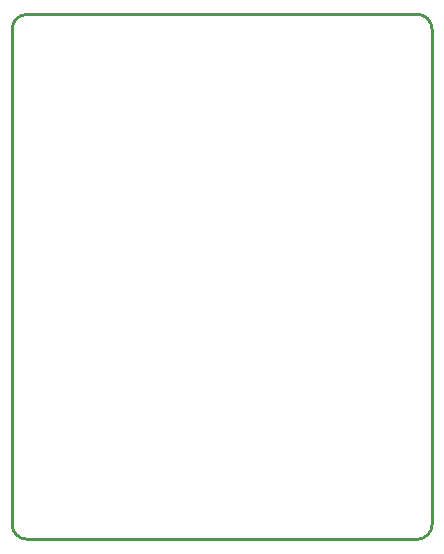
<source format=gko>
G04*
G04 #@! TF.GenerationSoftware,Altium Limited,Altium Designer,19.0.4 (130)*
G04*
G04 Layer_Color=16711935*
%FSLAX25Y25*%
%MOIN*%
G70*
G01*
G75*
%ADD10C,0.01000*%
D10*
X295000Y144000D02*
G03*
X300000Y149000I0J5000D01*
G01*
Y314000D02*
G03*
X295000Y319000I-5000J0D01*
G01*
X165000D02*
G03*
X160000Y314000I0J-5000D01*
G01*
Y149000D02*
G03*
X165000Y144000I5000J0D01*
G01*
X295000D01*
X300000Y149000D02*
Y314000D01*
X165000Y319000D02*
X295000D01*
X160000Y149000D02*
Y314000D01*
M02*

</source>
